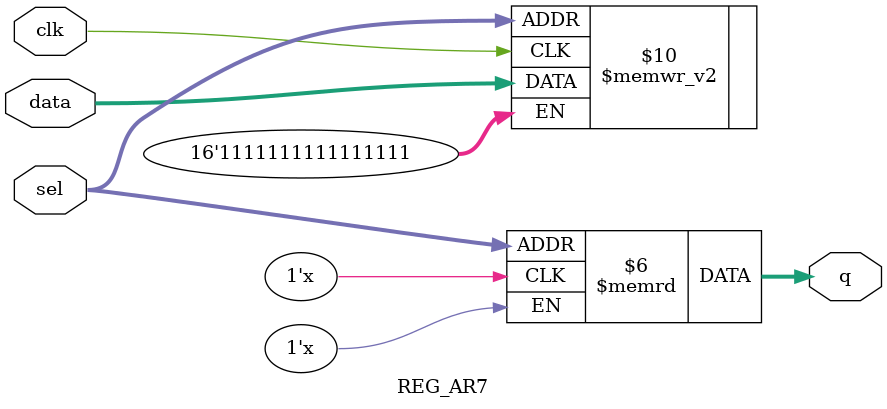
<source format=v>
module REG_AR7 (data, sel, clk, q);
	
	input[15:0] data;
	input[2:0] sel;
	input clk;
	
	output[15:0] q;
	
	reg[15:0] ramdata[0:7];
	
	always @(posedge clk)
		ramdata[sel] <= data ;
	
	assign q = ramdata[sel] ;
	
endmodule
</source>
